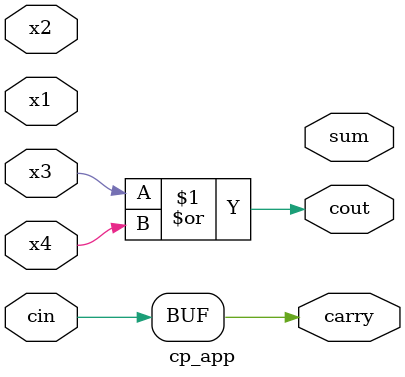
<source format=v>
module cp_app(sum,cout,carry,x1,x2, x3, x4,cin);
	input x1,x2,x3,x4,cin;

	output sum,cout,carry;
	wire w1,w2,w3,w4,w5;
 
	nor(w1,x3,x4);
	nor(w2,x1,x1);
	nor(cout,w1,w1);
  
	xnor(w3,x3,x4);
	xnor(w3,x1,x2);
	nor(w5,w3,w4);
  
	buf(carry,cin);

endmodule

</source>
